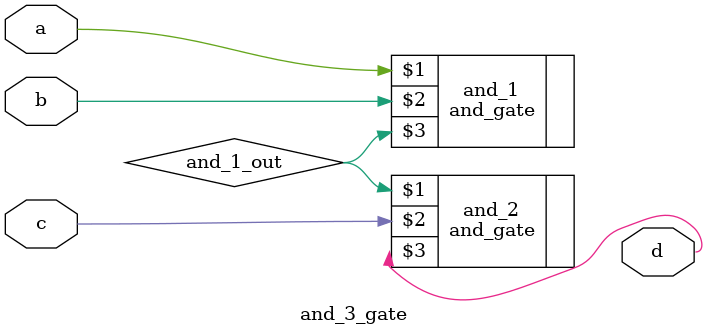
<source format=v>
`timescale 1ns / 1ps
module and_3_gate(input a, input b, input c, output d);

    wire and_1_out;
    
    and_gate and_1 (a, b, and_1_out);
    and_gate and_2 (and_1_out, c, d);

endmodule
</source>
